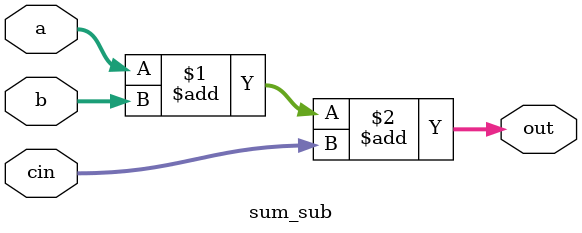
<source format=v>

module sum_sub(
	output [3:0] out,
	input [3:0] a, b, cin
	);
	
assign out = a+b+cin;

endmodule
</source>
